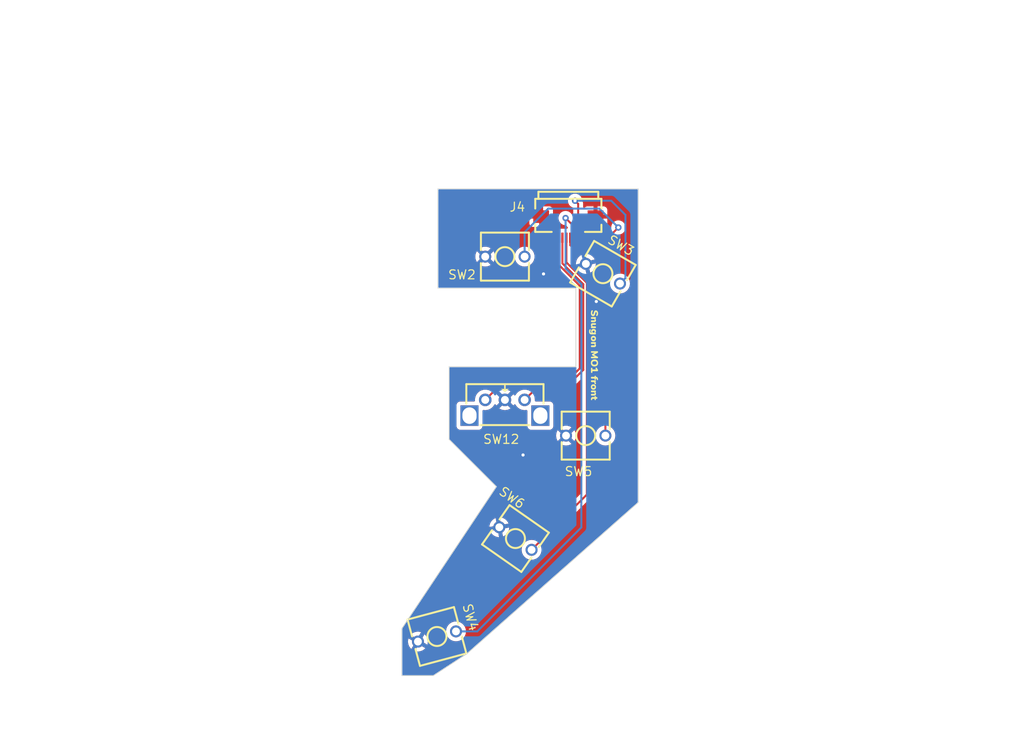
<source format=kicad_pcb>
(kicad_pcb (version 20221018) (generator pcbnew)
  (layers (0 "F.Cu" signal) (31 "B.Cu" signal) (34 "B.Paste" user) (35 "F.Paste" user) (36 "B.SilkS" user "B.Silkscreen") (37 "F.SilkS" user "F.Silkscreen") (38 "B.Mask" user) (39 "F.Mask" user) (44 "Edge.Cuts" user))
  (net 0 "")
  (net 1 "GND")
  (net 2 "SW3_F")
  (net 3 "SW2_F")
  (net 4 "SW4_F")
  (net 5 "SW5_F")
  (net 6 "SW6_F")
  (net 7 "RE0A_F")
  (net 8 "RE0B_F")
  (footprint "Logos:Snugon MO1 front" (layer "F.Cu") (at 125.2 91.1 -90)
    (fp_text reference "G***" hide)
    (fp_text value "LOGO" hide)
  )
  (footprint "0:SW-TH_L6.2-W6.2-P5.00" (layer "F.Cu") (at 126.543 80.77 -30)
    (fp_text reference "SW3" (at 2.02258 -4.250788 150) (layer "F.SilkS") (effects (font (size 1.143 1.143) (thickness 0.152)) (justify right)))
    (fp_text value "SW_PUSH" hide)
    (pad "1" thru_hole circle (at -2.5 0 330) (size 1.524 1.524) (drill 1) (layers "*.Cu" "*.Paste" "*.Mask") (net 1 "GND"))
    (pad "2" thru_hole circle (at 2.5 0 330) (size 1.524 1.524) (drill 1) (layers "*.Cu" "*.Paste" "*.Mask") (net 2 "SW3_F"))
  )
  (footprint "0:SW-TH_CEN971112R02" (layer "F.Cu") (at 114.1 97.8 180)
    (fp_text reference "SW12" (at -1.92 -4) (layer "F.SilkS") (effects (font (size 1.143 1.143) (thickness 0.152)) (justify right)))
    (fp_text value "RotaryEncoder" hide)
    (pad "1" thru_hole circle (at -2.5 1 180) (size 1.6 1.6) (drill 1) (layers "*.Cu" "*.Paste" "*.Mask") (net 7 "RE0A_F"))
    (pad "2" thru_hole circle (at 0 1 180) (size 1.6 1.6) (drill 1) (layers "*.Cu" "*.Paste" "*.Mask") (net 1 "GND"))
    (pad "3" thru_hole circle (at 2.5 1 180) (size 1.6 1.6) (drill 1) (layers "*.Cu" "*.Paste" "*.Mask") (net 8 "RE0B_F"))
    (pad "4" thru_hole rect (at -4.5 -1 180) (size 2.3 2.6) (drill oval 1.8 2.1) (layers "*.Cu" "*.Paste" "*.Mask"))
    (pad "5" thru_hole rect (at 4.5 -1 180) (size 2.3 2.6) (drill oval 1.8 2.1) (layers "*.Cu" "*.Paste" "*.Mask"))
  )
  (footprint "0:SW-TH_L6.2-W6.2-P5.00" (layer "F.Cu") (at 115.436 114.414 -35)
    (fp_text reference "SW6" (at -1.5 -4 145) (layer "F.SilkS") (effects (font (size 1.143 1.143) (thickness 0.152)) (justify right)))
    (fp_text value "SW_PUSH" hide)
    (pad "1" thru_hole circle (at -2.5 0 325) (size 1.524 1.524) (drill 1) (layers "*.Cu" "*.Paste" "*.Mask") (net 1 "GND"))
    (pad "2" thru_hole circle (at 2.5 0 325) (size 1.524 1.524) (drill 1) (layers "*.Cu" "*.Paste" "*.Mask") (net 6 "SW6_F"))
  )
  (footprint "0:FFCｺﾈｸﾀ_FPC-SMD_P0.50-8P_FGS-XJ-H2.0" (layer "F.Cu") (at 122.15 74.86)
    (fp_text reference "J4" (at -7.55 -2.56) (layer "F.SilkS") (effects (font (size 1.143 1.143) (thickness 0.152)) (justify left)))
    (fp_text value "Conn_01x8_Pin + 2" hide)
    (pad "1" smd rect (at -1.75 1.34) (size 0.3 1.3) (layers "F.Cu" "F.Paste" "F.Mask") (net 1 "GND"))
    (pad "2" smd rect (at -1.252 1.338) (size 0.3 1.3) (layers "F.Cu" "F.Paste" "F.Mask") (net 8 "RE0B_F"))
    (pad "3" smd rect (at -0.75 1.34) (size 0.3 1.3) (layers "F.Cu" "F.Paste" "F.Mask") (net 7 "RE0A_F"))
    (pad "4" smd rect (at -0.25 1.34) (size 0.3 1.3) (layers "F.Cu" "F.Paste" "F.Mask") (net 6 "SW6_F"))
    (pad "5" smd rect (at 0.25 1.34) (size 0.3 1.3) (layers "F.Cu" "F.Paste" "F.Mask") (net 5 "SW5_F"))
    (pad "6" smd rect (at 0.75 1.34) (size 0.3 1.3) (layers "F.Cu" "F.Paste" "F.Mask") (net 4 "SW4_F"))
    (pad "7" smd rect (at 1.25 1.34) (size 0.3 1.3) (layers "F.Cu" "F.Paste" "F.Mask") (net 2 "SW3_F"))
    (pad "8" smd rect (at 1.75 1.34) (size 0.3 1.3) (layers "F.Cu" "F.Paste" "F.Mask") (net 3 "SW2_F"))
    (pad "9" smd rect (at 3.45 -1.34 270) (size 1.6 2) (layers "F.Cu" "F.Paste" "F.Mask") (net 1 "GND"))
    (pad "10" smd rect (at -3.45 -1.34 270) (size 1.6 2) (layers "F.Cu" "F.Paste" "F.Mask") (net 1 "GND"))
  )
  (footprint "0:SW-TH_L6.2-W6.2-P5.00" (layer "F.Cu") (at 124.357 101.337)
    (fp_text reference "SW5" (at -2.757 4.563) (layer "F.SilkS") (effects (font (size 1.143 1.143) (thickness 0.152)) (justify left)))
    (fp_text value "SW_PUSH" hide)
    (pad "1" thru_hole circle (at -2.5 0) (size 1.524 1.524) (drill 1) (layers "*.Cu" "*.Paste" "*.Mask") (net 1 "GND"))
    (pad "2" thru_hole circle (at 2.5 0) (size 1.524 1.524) (drill 1) (layers "*.Cu" "*.Paste" "*.Mask") (net 5 "SW5_F"))
  )
  (footprint "0:SW-TH_L6.2-W6.2-P5.00" (layer "F.Cu") (at 114.1 78.6)
    (fp_text reference "SW2" (at -7.3 2.3 180) (layer "F.SilkS") (effects (font (size 1.143 1.143) (thickness 0.152)) (justify left)))
    (fp_text value "SW_PUSH" hide)
    (pad "1" thru_hole circle (at -2.5 0) (size 1.524 1.524) (drill 1) (layers "*.Cu" "*.Paste" "*.Mask") (net 1 "GND"))
    (pad "2" thru_hole circle (at 2.5 0) (size 1.524 1.524) (drill 1) (layers "*.Cu" "*.Paste" "*.Mask") (net 3 "SW2_F"))
  )
  (footprint "0:SW-TH_L6.2-W6.2-P5.00" (layer "F.Cu") (at 105.472 126.856 15)
    (fp_text reference "SW4" (at 4.736683 0.590049 105) (layer "F.SilkS") (effects (font (size 1.143 1.143) (thickness 0.152)) (justify right)))
    (fp_text value "SW_PUSH" hide)
    (pad "1" thru_hole circle (at -2.5 0 15) (size 1.524 1.524) (drill 1) (layers "*.Cu" "*.Paste" "*.Mask") (net 1 "GND"))
    (pad "2" thru_hole circle (at 2.5 0 15) (size 1.524 1.524) (drill 1) (layers "*.Cu" "*.Paste" "*.Mask") (net 4 "SW4_F"))
  )
  (gr_line (start 123.1 82.6) (end 123.1 92.6) (stroke (width 0.1)) (layer "Edge.Cuts"))
  (gr_line (start 131.02 70) (end 131.02 109.818) (stroke (width 0.1)) (layer "Edge.Cuts"))
  (gr_line (start 101.02 131.818) (end 105.02 131.818) (stroke (width 0.1)) (layer "Edge.Cuts"))
  (gr_line (start 101.02 125.845) (end 101.02 131.818) (stroke (width 0.1)) (layer "Edge.Cuts"))
  (gr_line (start 113.02 107.818) (end 101.02 125.845) (stroke (width 0.1)) (layer "Edge.Cuts"))
  (gr_line (start 109.269 129.048) (end 131.02 109.818) (stroke (width 0.1)) (layer "Edge.Cuts"))
  (gr_line (start 105.6 82.6) (end 123.1 82.6) (stroke (width 0.1)) (layer "Edge.Cuts"))
  (gr_line (start 107.02 92.6) (end 107.02 101.818) (stroke (width 0.1)) (layer "Edge.Cuts"))
  (gr_line (start 105.02 131.818) (end 109.269 129.048) (stroke (width 0.1)) (layer "Edge.Cuts"))
  (gr_line (start 131.02 70) (end 105.6 70) (stroke (width 0.1)) (layer "Edge.Cuts"))
  (gr_line (start 105.6 70) (end 105.6 82.6) (stroke (width 0.1)) (layer "Edge.Cuts"))
  (gr_line (start 107.02 101.818) (end 113.02 107.818) (stroke (width 0.1)) (layer "Edge.Cuts"))
  (gr_line (start 123.1 92.6) (end 107.02 92.6) (stroke (width 0.1)) (layer "Edge.Cuts"))
  (segment (start 120.4 75.22) (end 118.7 73.52) (width 0.25) (layer "F.Cu") (net 1))
  (segment (start 120.4 76.2) (end 120.4 75.22) (width 0.25) (layer "F.Cu") (net 1))
  (via (at 119 80.8) (size 0.8) (drill 0.4) (layers "F.Cu" "B.Cu") (net 1))
  (via (at 125.7 84.3) (size 0.8) (drill 0.4) (layers "F.Cu" "B.Cu") (net 1))
  (via (at 116.4 103.8) (size 0.8) (drill 0.4) (layers "F.Cu" "B.Cu") (net 1))
  (segment (start 123.4 76.2) (end 123.4 71.9) (width 0.25) (layer "F.Cu") (net 2))
  (segment (start 123.4 71.9) (end 123 71.5) (width 0.25) (layer "F.Cu") (net 2))
  (via (at 123 71.5) (size 0.8) (drill 0.4) (layers "F.Cu" "B.Cu") (net 2))
  (segment (start 127.6 71.5) (end 129.4 73.3) (width 0.25) (layer "B.Cu") (net 2))
  (segment (start 129.4 73.3) (end 129.4 81.328064) (width 0.25) (layer "B.Cu") (net 2))
  (segment (start 129.4 81.328064) (end 128.708064 82.02) (width 0.25) (layer "B.Cu") (net 2))
  (segment (start 123 71.5) (end 127.6 71.5) (width 0.25) (layer "B.Cu") (net 2))
  (segment (start 127.2 76.2) (end 128.5 74.9) (width 0.25) (layer "F.Cu") (net 3))
  (segment (start 123.9 76.2) (end 127.2 76.2) (width 0.25) (layer "F.Cu") (net 3))
  (via (at 128.5 74.9) (size 0.8) (drill 0.4) (layers "F.Cu" "B.Cu") (net 3))
  (segment (start 128.5 74.9) (end 126.1 72.5) (width 0.25) (layer "B.Cu") (net 3))
  (segment (start 116.6 75.5) (end 116.6 78.6) (width 0.25) (layer "B.Cu") (net 3))
  (segment (start 126.1 72.5) (end 119.6 72.5) (width 0.25) (layer "B.Cu") (net 3))
  (segment (start 119.6 72.5) (end 116.6 75.5) (width 0.25) (layer "B.Cu") (net 3))
  (segment (start 122.9 74.8) (end 121.8 73.7) (width 0.25) (layer "F.Cu") (net 4))
  (segment (start 122.9 76.2) (end 122.9 74.8) (width 0.25) (layer "F.Cu") (net 4))
  (via (at 121.8 73.7) (size 0.8) (drill 0.4) (layers "F.Cu" "B.Cu") (net 4))
  (segment (start 121.8 73.7) (end 121.8 80.1) (width 0.25) (layer "B.Cu") (net 4))
  (segment (start 121.8 80.1) (end 123.8 82.1) (width 0.25) (layer "B.Cu") (net 4))
  (segment (start 110.591048 126.208952) (end 107.886815 126.208952) (width 0.25) (layer "B.Cu") (net 4))
  (segment (start 123.8 82.1) (end 123.8 113) (width 0.25) (layer "B.Cu") (net 4))
  (segment (start 123.8 113) (end 110.591048 126.208952) (width 0.25) (layer "B.Cu") (net 4))
  (segment (start 122.85 77.6) (end 126.3 77.6) (width 0.25) (layer "F.Cu") (net 5))
  (segment (start 126.3 77.6) (end 126.857 78.157) (width 0.25) (layer "F.Cu") (net 5))
  (segment (start 122.4 77.15) (end 122.85 77.6) (width 0.25) (layer "F.Cu") (net 5))
  (segment (start 126.857 78.157) (end 126.857 101.337) (width 0.25) (layer "F.Cu") (net 5))
  (segment (start 122.4 76.2) (end 122.4 77.15) (width 0.25) (layer "F.Cu") (net 5))
  (segment (start 124.5 108.831821) (end 117.48388 115.847941) (width 0.25) (layer "F.Cu") (net 6))
  (segment (start 121.9 79.327208) (end 124.5 81.927208) (width 0.25) (layer "F.Cu") (net 6))
  (segment (start 124.5 81.927208) (end 124.5 108.831821) (width 0.25) (layer "F.Cu") (net 6))
  (segment (start 121.9 76.2) (end 121.9 79.327208) (width 0.25) (layer "F.Cu") (net 6))
  (segment (start 119.1 94.3) (end 116.6 96.8) (width 0.25) (layer "F.Cu") (net 7))
  (segment (start 122.736396 94.3) (end 119.1 94.3) (width 0.25) (layer "F.Cu") (net 7))
  (segment (start 124.05 92.986396) (end 122.736396 94.3) (width 0.25) (layer "F.Cu") (net 7))
  (segment (start 121.4 79.463604) (end 124.05 82.113604) (width 0.25) (layer "F.Cu") (net 7))
  (segment (start 121.4 76.2) (end 121.4 79.463604) (width 0.25) (layer "F.Cu") (net 7))
  (segment (start 124.05 82.113604) (end 124.05 92.986396) (width 0.25) (layer "F.Cu") (net 7))
  (segment (start 120.898 79.598) (end 123.6 82.3) (width 0.25) (layer "F.Cu") (net 8))
  (segment (start 123.6 92.8) (end 123.1 93.3) (width 0.25) (layer "F.Cu") (net 8))
  (segment (start 120.898 76.198) (end 120.898 79.598) (width 0.25) (layer "F.Cu") (net 8))
  (segment (start 123.1 93.3) (end 115.1 93.3) (width 0.25) (layer "F.Cu") (net 8))
  (segment (start 123.6 82.3) (end 123.6 92.8) (width 0.25) (layer "F.Cu") (net 8))
  (segment (start 115.1 93.3) (end 111.6 96.8) (width 0.25) (layer "F.Cu") (net 8))
  (zone (net 1) (net_name "GND") (layer "F.Cu") (connect_pads (clearance 0.5)) (min_thickness 0.25) (fill yes (thermal_gap 0.5) (thermal_bridge_width 0.5) (island_removal_mode 1) (island_area_min 10))
    (polygon (pts (xy 50 46) (xy 50 141) (xy 180 141) (xy 180 46)))
  )
  (zone (net 1) (net_name "GND") (layer "B.Cu") (priority 1) (connect_pads (clearance 0.5)) (min_thickness 0.25) (fill yes (thermal_gap 0.5) (thermal_bridge_width 0.5))
    (polygon (pts (xy 51 47) (xy 51 140) (xy 179 140) (xy 179 47)))
  )
)
</source>
